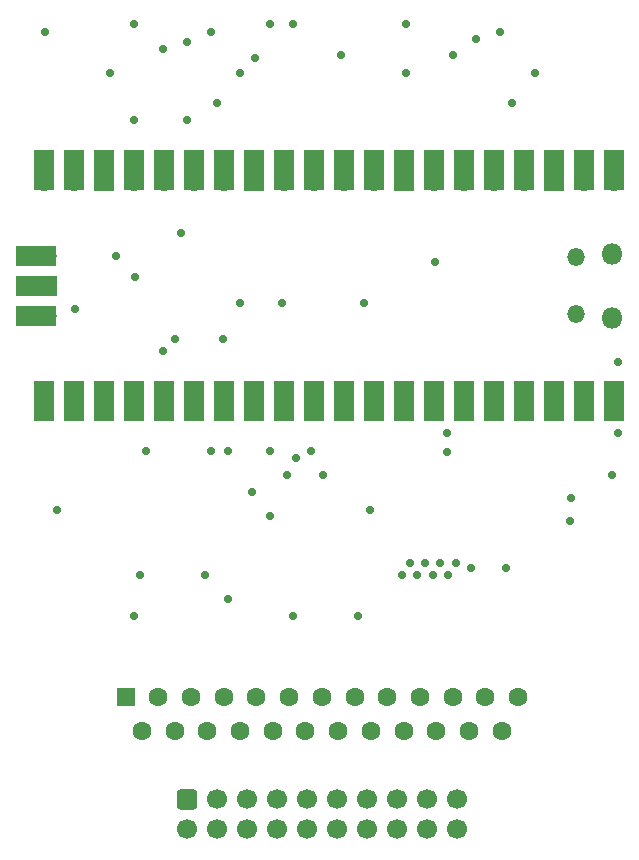
<source format=gbr>
%TF.GenerationSoftware,KiCad,Pcbnew,5.1.9+dfsg1-1*%
%TF.CreationDate,2023-01-11T12:06:23+00:00*%
%TF.ProjectId,Atari_ST_HDD_EMULATOR,41746172-695f-4535-945f-4844445f454d,1.0_dh219*%
%TF.SameCoordinates,Original*%
%TF.FileFunction,Soldermask,Bot*%
%TF.FilePolarity,Negative*%
%FSLAX46Y46*%
G04 Gerber Fmt 4.6, Leading zero omitted, Abs format (unit mm)*
G04 Created by KiCad (PCBNEW 5.1.9+dfsg1-1) date 2023-01-11 12:06:23*
%MOMM*%
%LPD*%
G01*
G04 APERTURE LIST*
%ADD10O,1.700000X1.700000*%
%ADD11R,3.500000X1.700000*%
%ADD12R,1.700000X1.700000*%
%ADD13O,1.500000X1.500000*%
%ADD14O,1.800000X1.800000*%
%ADD15R,1.700000X3.500000*%
%ADD16C,1.700000*%
%ADD17C,1.600000*%
%ADD18R,1.600000X1.600000*%
%ADD19C,0.700000*%
G04 APERTURE END LIST*
D10*
%TO.C,U4*%
X131100000Y-70460000D03*
D11*
X130200000Y-70460000D03*
D12*
X131100000Y-73000000D03*
D11*
X130200000Y-73000000D03*
D10*
X131100000Y-75540000D03*
D11*
X130200000Y-75540000D03*
D13*
X175970000Y-70575000D03*
X175970000Y-75425000D03*
D14*
X179000000Y-70275000D03*
X179000000Y-75725000D03*
D15*
X130870000Y-63210000D03*
X133410000Y-63210000D03*
X135950000Y-63210000D03*
X138490000Y-63210000D03*
X141030000Y-63210000D03*
X143570000Y-63210000D03*
X146110000Y-63210000D03*
X148650000Y-63210000D03*
X151190000Y-63210000D03*
X153730000Y-63210000D03*
X156270000Y-63210000D03*
X158810000Y-63210000D03*
X161350000Y-63210000D03*
X163890000Y-63210000D03*
X166430000Y-63210000D03*
X168970000Y-63210000D03*
X171510000Y-63210000D03*
X174050000Y-63210000D03*
X176590000Y-63210000D03*
X179130000Y-63210000D03*
X130870000Y-82790000D03*
X133410000Y-82790000D03*
X135950000Y-82790000D03*
X138490000Y-82790000D03*
X141030000Y-82790000D03*
X143570000Y-82790000D03*
X146110000Y-82790000D03*
X148650000Y-82790000D03*
X151190000Y-82790000D03*
X153730000Y-82790000D03*
X156270000Y-82790000D03*
X158810000Y-82790000D03*
X161350000Y-82790000D03*
X163890000Y-82790000D03*
X166430000Y-82790000D03*
X168970000Y-82790000D03*
X171510000Y-82790000D03*
X174050000Y-82790000D03*
X176590000Y-82790000D03*
X179130000Y-82790000D03*
D10*
X179130000Y-64110000D03*
X176590000Y-64110000D03*
D12*
X174050000Y-64110000D03*
D10*
X171510000Y-64110000D03*
X168970000Y-64110000D03*
X166430000Y-64110000D03*
X163890000Y-64110000D03*
D12*
X161350000Y-64110000D03*
D10*
X158810000Y-64110000D03*
X156270000Y-64110000D03*
X153730000Y-64110000D03*
X151190000Y-64110000D03*
D12*
X148650000Y-64110000D03*
D10*
X146110000Y-64110000D03*
X143570000Y-64110000D03*
X141030000Y-64110000D03*
X138490000Y-64110000D03*
D12*
X135950000Y-64110000D03*
D10*
X133410000Y-64110000D03*
X130870000Y-64110000D03*
X130870000Y-81890000D03*
X133410000Y-81890000D03*
D12*
X135950000Y-81890000D03*
D10*
X138490000Y-81890000D03*
X141030000Y-81890000D03*
X143570000Y-81890000D03*
X146110000Y-81890000D03*
D12*
X148650000Y-81890000D03*
D10*
X151190000Y-81890000D03*
X153730000Y-81890000D03*
X156270000Y-81890000D03*
X158810000Y-81890000D03*
D12*
X161350000Y-81890000D03*
D10*
X163890000Y-81890000D03*
X166430000Y-81890000D03*
X168970000Y-81890000D03*
X171510000Y-81890000D03*
D12*
X174050000Y-81890000D03*
D10*
X176590000Y-81890000D03*
X179130000Y-81890000D03*
%TD*%
D16*
%TO.C,J2*%
X165860000Y-119040000D03*
X163320000Y-119040000D03*
X160780000Y-119040000D03*
X158240000Y-119040000D03*
X155700000Y-119040000D03*
X153160000Y-119040000D03*
X150620000Y-119040000D03*
X148080000Y-119040000D03*
X145540000Y-119040000D03*
X143000000Y-119040000D03*
X165860000Y-116500000D03*
X163320000Y-116500000D03*
X160780000Y-116500000D03*
X158240000Y-116500000D03*
X155700000Y-116500000D03*
X153160000Y-116500000D03*
X150620000Y-116500000D03*
X148080000Y-116500000D03*
X145540000Y-116500000D03*
G36*
G01*
X142400000Y-115650000D02*
X143600000Y-115650000D01*
G75*
G02*
X143850000Y-115900000I0J-250000D01*
G01*
X143850000Y-117100000D01*
G75*
G02*
X143600000Y-117350000I-250000J0D01*
G01*
X142400000Y-117350000D01*
G75*
G02*
X142150000Y-117100000I0J250000D01*
G01*
X142150000Y-115900000D01*
G75*
G02*
X142400000Y-115650000I250000J0D01*
G01*
G37*
%TD*%
D17*
%TO.C,J1*%
X169645000Y-110679338D03*
X166875000Y-110679338D03*
X164105000Y-110679338D03*
X161335000Y-110679338D03*
X158565000Y-110679338D03*
X155795000Y-110679338D03*
X153025000Y-110679338D03*
X150255000Y-110679338D03*
X147485000Y-110679338D03*
X144715000Y-110679338D03*
X141945000Y-110679338D03*
X139175000Y-110679338D03*
X171030000Y-107839338D03*
X168260000Y-107839338D03*
X165490000Y-107839338D03*
X162720000Y-107839338D03*
X159950000Y-107839338D03*
X157180000Y-107839338D03*
X154410000Y-107839338D03*
X151640000Y-107839338D03*
X148870000Y-107839338D03*
X146100000Y-107839338D03*
X143330000Y-107839338D03*
X140560000Y-107839338D03*
D18*
X137790000Y-107839338D03*
%TD*%
D19*
X139000000Y-97500000D03*
X144500000Y-97500000D03*
X139500000Y-87000000D03*
X145000000Y-87000000D03*
X132000000Y-92000000D03*
X158500000Y-92000000D03*
X146500000Y-99500000D03*
X164000000Y-70999996D03*
X133500000Y-75000000D03*
X142000000Y-77500000D03*
X146000000Y-77500000D03*
X142500000Y-68500000D03*
X167063407Y-96880000D03*
X170000000Y-96880000D03*
X179000000Y-89000000D03*
X170500000Y-57500000D03*
X145500000Y-57500000D03*
X147500000Y-55000000D03*
X161500000Y-55000000D03*
X172500000Y-54999996D03*
X136500000Y-55000000D03*
X138588719Y-72223977D03*
X179500000Y-85500000D03*
X179500000Y-79500000D03*
X150000000Y-92500000D03*
X157500000Y-101000008D03*
X152000000Y-101000000D03*
X138500004Y-101000000D03*
X158000000Y-74500000D03*
X151000000Y-74500000D03*
X147500000Y-74500000D03*
X175500000Y-91000000D03*
X175438414Y-92938414D03*
X148750000Y-53750000D03*
X156000000Y-53500002D03*
X151500000Y-89000000D03*
X154500000Y-89000000D03*
X148500008Y-90500000D03*
X146500000Y-87000000D03*
X152261772Y-87593780D03*
X153500000Y-87000000D03*
X150000000Y-86973770D03*
X165750000Y-96500000D03*
X165100000Y-97500000D03*
X164450000Y-96500000D03*
X163800000Y-97500000D03*
X163150000Y-96500000D03*
X162500000Y-97500000D03*
X161850000Y-96500000D03*
X161200000Y-97500000D03*
X152000000Y-50880000D03*
X161500000Y-50880000D03*
X131000000Y-51500000D03*
X145000000Y-51500000D03*
X169500000Y-51500000D03*
X143000000Y-59000000D03*
X138500000Y-59000000D03*
X167500000Y-52120000D03*
X143000000Y-52379990D03*
X165500000Y-53500000D03*
X141000000Y-53000000D03*
X138500000Y-50880000D03*
X150000002Y-50880000D03*
X165000000Y-87120000D03*
X165000000Y-85500000D03*
X137000000Y-70500000D03*
X141000000Y-78500000D03*
M02*

</source>
